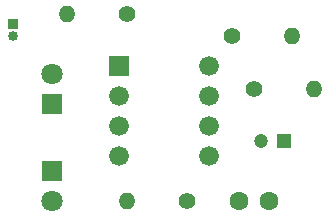
<source format=gbl>
G04 #@! TF.GenerationSoftware,KiCad,Pcbnew,(5.0.0-3-g5ebb6b6)*
G04 #@! TF.CreationDate,2018-12-16T13:46:05-05:00*
G04 #@! TF.ProjectId,555_Timer,3535355F54696D65722E6B696361645F,rev?*
G04 #@! TF.SameCoordinates,Original*
G04 #@! TF.FileFunction,Copper,L2,Bot,Signal*
G04 #@! TF.FilePolarity,Positive*
%FSLAX46Y46*%
G04 Gerber Fmt 4.6, Leading zero omitted, Abs format (unit mm)*
G04 Created by KiCad (PCBNEW (5.0.0-3-g5ebb6b6)) date Sunday, December 16, 2018 at 01:46:05 PM*
%MOMM*%
%LPD*%
G01*
G04 APERTURE LIST*
G04 #@! TA.AperFunction,ComponentPad*
%ADD10R,0.850000X0.850000*%
G04 #@! TD*
G04 #@! TA.AperFunction,ComponentPad*
%ADD11O,0.850000X0.850000*%
G04 #@! TD*
G04 #@! TA.AperFunction,ComponentPad*
%ADD12R,1.676400X1.676400*%
G04 #@! TD*
G04 #@! TA.AperFunction,ComponentPad*
%ADD13C,1.676400*%
G04 #@! TD*
G04 #@! TA.AperFunction,ComponentPad*
%ADD14R,1.800000X1.800000*%
G04 #@! TD*
G04 #@! TA.AperFunction,ComponentPad*
%ADD15C,1.800000*%
G04 #@! TD*
G04 #@! TA.AperFunction,ComponentPad*
%ADD16R,1.200000X1.200000*%
G04 #@! TD*
G04 #@! TA.AperFunction,ComponentPad*
%ADD17C,1.200000*%
G04 #@! TD*
G04 #@! TA.AperFunction,ComponentPad*
%ADD18C,1.600000*%
G04 #@! TD*
G04 #@! TA.AperFunction,ComponentPad*
%ADD19O,1.400000X1.400000*%
G04 #@! TD*
G04 #@! TA.AperFunction,ComponentPad*
%ADD20C,1.400000*%
G04 #@! TD*
G04 APERTURE END LIST*
D10*
G04 #@! TO.P,,1*
G04 #@! TO.N,+5V*
X100838000Y-44720000D03*
D11*
G04 #@! TO.P,,2*
G04 #@! TO.N,GND*
X100838000Y-45720000D03*
G04 #@! TD*
D12*
G04 #@! TO.P,U1,1*
G04 #@! TO.N,GND*
X109855000Y-48260000D03*
D13*
G04 #@! TO.P,U1,2*
G04 #@! TO.N,Net-(C1-Pad1)*
X109855000Y-50800000D03*
G04 #@! TO.P,U1,3*
G04 #@! TO.N,Net-(D1-Pad1)*
X109855000Y-53340000D03*
G04 #@! TO.P,U1,4*
G04 #@! TO.N,+5V*
X109855000Y-55880000D03*
G04 #@! TO.P,U1,5*
G04 #@! TO.N,Net-(C2-Pad1)*
X117475000Y-55880000D03*
G04 #@! TO.P,U1,6*
G04 #@! TO.N,Net-(C1-Pad1)*
X117475000Y-53340000D03*
G04 #@! TO.P,U1,7*
G04 #@! TO.N,Net-(R1-Pad2)*
X117475000Y-50800000D03*
G04 #@! TO.P,U1,8*
G04 #@! TO.N,+5V*
X117475000Y-48260000D03*
G04 #@! TD*
D14*
G04 #@! TO.P,D2,1*
G04 #@! TO.N,GND*
X104140000Y-51435000D03*
D15*
G04 #@! TO.P,D2,2*
G04 #@! TO.N,Net-(D2-Pad2)*
X104140000Y-48895000D03*
G04 #@! TD*
D16*
G04 #@! TO.P,C1,1*
G04 #@! TO.N,Net-(C1-Pad1)*
X123825000Y-54610000D03*
D17*
G04 #@! TO.P,C1,2*
G04 #@! TO.N,GND*
X121825000Y-54610000D03*
G04 #@! TD*
D18*
G04 #@! TO.P,C2,1*
G04 #@! TO.N,Net-(C2-Pad1)*
X120015000Y-59690000D03*
G04 #@! TO.P,C2,2*
G04 #@! TO.N,GND*
X122515000Y-59690000D03*
G04 #@! TD*
D15*
G04 #@! TO.P,D1,2*
G04 #@! TO.N,Net-(D1-Pad2)*
X104140000Y-59690000D03*
D14*
G04 #@! TO.P,D1,1*
G04 #@! TO.N,Net-(D1-Pad1)*
X104140000Y-57150000D03*
G04 #@! TD*
D19*
G04 #@! TO.P,R1,2*
G04 #@! TO.N,Net-(R1-Pad2)*
X124460000Y-45720000D03*
D20*
G04 #@! TO.P,R1,1*
G04 #@! TO.N,+5V*
X119380000Y-45720000D03*
G04 #@! TD*
D19*
G04 #@! TO.P,R2,2*
G04 #@! TO.N,Net-(C1-Pad1)*
X126365000Y-50165000D03*
D20*
G04 #@! TO.P,R2,1*
G04 #@! TO.N,Net-(R1-Pad2)*
X121285000Y-50165000D03*
G04 #@! TD*
G04 #@! TO.P,R3,1*
G04 #@! TO.N,+5V*
X115570000Y-59690000D03*
D19*
G04 #@! TO.P,R3,2*
G04 #@! TO.N,Net-(D1-Pad2)*
X110490000Y-59690000D03*
G04 #@! TD*
D20*
G04 #@! TO.P,R4,1*
G04 #@! TO.N,Net-(D1-Pad1)*
X110490000Y-43815000D03*
D19*
G04 #@! TO.P,R4,2*
G04 #@! TO.N,Net-(D2-Pad2)*
X105410000Y-43815000D03*
G04 #@! TD*
M02*

</source>
